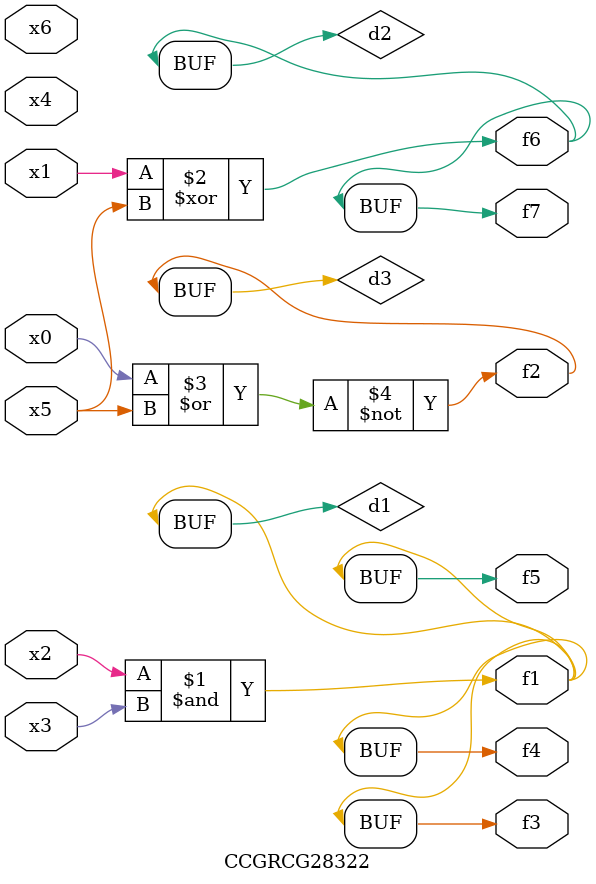
<source format=v>
module CCGRCG28322(
	input x0, x1, x2, x3, x4, x5, x6,
	output f1, f2, f3, f4, f5, f6, f7
);

	wire d1, d2, d3;

	and (d1, x2, x3);
	xor (d2, x1, x5);
	nor (d3, x0, x5);
	assign f1 = d1;
	assign f2 = d3;
	assign f3 = d1;
	assign f4 = d1;
	assign f5 = d1;
	assign f6 = d2;
	assign f7 = d2;
endmodule

</source>
